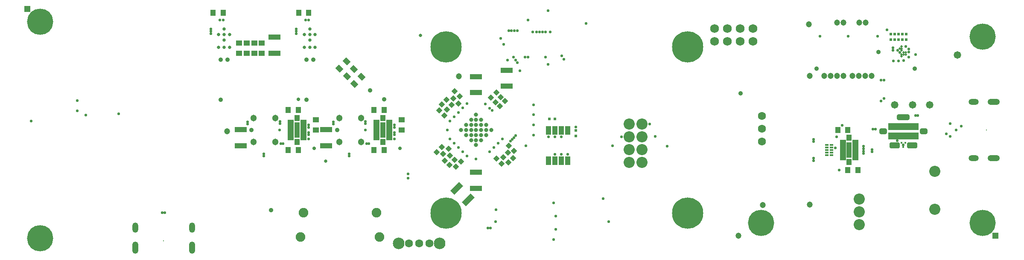
<source format=gbr>
%TF.GenerationSoftware,Altium Limited,Altium Designer,22.4.2 (48)*%
G04 Layer_Color=16711935*
%FSLAX26Y26*%
%MOIN*%
%TF.SameCoordinates,8C98EB32-1E12-42CD-A60B-9DA89663A72C*%
%TF.FilePolarity,Negative*%
%TF.FileFunction,Soldermask,Bot*%
%TF.Part,Single*%
G01*
G75*
%TA.AperFunction,SMDPad,CuDef*%
%ADD23R,0.023622X0.023622*%
%ADD37R,0.049213X0.039370*%
%ADD51R,0.023622X0.023622*%
%ADD52R,0.039370X0.049213*%
%ADD54R,0.094488X0.043307*%
G04:AMPARAMS|DCode=61|XSize=39.37mil|YSize=49.213mil|CornerRadius=0mil|HoleSize=0mil|Usage=FLASHONLY|Rotation=45.000|XOffset=0mil|YOffset=0mil|HoleType=Round|Shape=Rectangle|*
%AMROTATEDRECTD61*
4,1,4,0.003480,-0.031319,-0.031319,0.003480,-0.003480,0.031319,0.031319,-0.003480,0.003480,-0.031319,0.0*
%
%ADD61ROTATEDRECTD61*%

G04:AMPARAMS|DCode=105|XSize=33.465mil|YSize=35.433mil|CornerRadius=0mil|HoleSize=0mil|Usage=FLASHONLY|Rotation=45.000|XOffset=0mil|YOffset=0mil|HoleType=Round|Shape=Rectangle|*
%AMROTATEDRECTD105*
4,1,4,0.000696,-0.024359,-0.024359,0.000696,-0.000696,0.024359,0.024359,-0.000696,0.000696,-0.024359,0.0*
%
%ADD105ROTATEDRECTD105*%

G04:AMPARAMS|DCode=106|XSize=33.465mil|YSize=35.433mil|CornerRadius=0mil|HoleSize=0mil|Usage=FLASHONLY|Rotation=135.000|XOffset=0mil|YOffset=0mil|HoleType=Round|Shape=Rectangle|*
%AMROTATEDRECTD106*
4,1,4,0.024359,0.000696,-0.000696,-0.024359,-0.024359,-0.000696,0.000696,0.024359,0.024359,0.000696,0.0*
%
%ADD106ROTATEDRECTD106*%

G04:AMPARAMS|DCode=107|XSize=43.307mil|YSize=94.488mil|CornerRadius=0mil|HoleSize=0mil|Usage=FLASHONLY|Rotation=315.000|XOffset=0mil|YOffset=0mil|HoleType=Round|Shape=Rectangle|*
%AMROTATEDRECTD107*
4,1,4,-0.048718,-0.018095,0.018095,0.048718,0.048718,0.018095,-0.018095,-0.048718,-0.048718,-0.018095,0.0*
%
%ADD107ROTATEDRECTD107*%

%ADD118R,0.019024X0.053276*%
%ADD119R,0.015748X0.015748*%
%ADD120R,0.026701X0.015874*%
%ADD121R,0.039496X0.067055*%
%ADD122C,0.086740*%
%TA.AperFunction,FiducialPad,Global*%
%ADD123R,0.047370X0.047370*%
%ADD124C,0.047370*%
%TA.AperFunction,SMDPad,CuDef*%
%ADD125R,0.019417X0.047370*%
%ADD126R,0.047370X0.019417*%
%ADD127R,0.043433X0.122173*%
%TA.AperFunction,ComponentPad*%
%ADD128C,0.086740*%
%ADD129O,0.094614X0.047370*%
%ADD130O,0.078866X0.047370*%
%ADD131C,0.008000*%
G04:AMPARAMS|DCode=132|XSize=82.803mil|YSize=47.37mil|CornerRadius=13.842mil|HoleSize=0mil|Usage=FLASHONLY|Rotation=180.000|XOffset=0mil|YOffset=0mil|HoleType=Round|Shape=RoundedRectangle|*
%AMROUNDEDRECTD132*
21,1,0.082803,0.019685,0,0,180.0*
21,1,0.055118,0.047370,0,0,180.0*
1,1,0.027685,-0.027559,0.009843*
1,1,0.027685,0.027559,0.009843*
1,1,0.027685,0.027559,-0.009843*
1,1,0.027685,-0.027559,-0.009843*
%
%ADD132ROUNDEDRECTD132*%
G04:AMPARAMS|DCode=133|XSize=98.551mil|YSize=47.37mil|CornerRadius=13.842mil|HoleSize=0mil|Usage=FLASHONLY|Rotation=180.000|XOffset=0mil|YOffset=0mil|HoleType=Round|Shape=RoundedRectangle|*
%AMROUNDEDRECTD133*
21,1,0.098551,0.019685,0,0,180.0*
21,1,0.070866,0.047370,0,0,180.0*
1,1,0.027685,-0.035433,0.009843*
1,1,0.027685,0.035433,0.009843*
1,1,0.027685,0.035433,-0.009843*
1,1,0.027685,-0.035433,-0.009843*
%
%ADD133ROUNDEDRECTD133*%
G04:AMPARAMS|DCode=134|XSize=59.181mil|YSize=47.37mil|CornerRadius=13.842mil|HoleSize=0mil|Usage=FLASHONLY|Rotation=0.000|XOffset=0mil|YOffset=0mil|HoleType=Round|Shape=RoundedRectangle|*
%AMROUNDEDRECTD134*
21,1,0.059181,0.019685,0,0,0.0*
21,1,0.031496,0.047370,0,0,0.0*
1,1,0.027685,0.015748,-0.009843*
1,1,0.027685,-0.015748,-0.009843*
1,1,0.027685,-0.015748,0.009843*
1,1,0.027685,0.015748,0.009843*
%
%ADD134ROUNDEDRECTD134*%
%ADD135C,0.051307*%
%ADD136C,0.063118*%
%ADD137C,0.090677*%
%ADD138C,0.204850*%
%ADD139C,0.074929*%
%ADD140C,0.244220*%
%ADD141C,0.068000*%
%ADD142O,0.047370X0.094614*%
%ADD143O,0.047370X0.078866*%
%TA.AperFunction,ViaPad*%
%ADD144C,0.025716*%
%ADD145C,0.021779*%
%ADD146C,0.019811*%
%ADD147C,0.035559*%
%ADD148C,0.027685*%
%ADD149C,0.047370*%
%ADD150C,0.058000*%
%ADD151C,0.031622*%
D23*
X6521654Y3040000D02*
D03*
X6478346D02*
D03*
D37*
X4173228Y3630905D02*
D03*
Y3552165D02*
D03*
X4653543Y3031496D02*
D03*
Y2952756D02*
D03*
X5322835Y3031496D02*
D03*
Y2952756D02*
D03*
X4232283Y3630905D02*
D03*
Y3552165D02*
D03*
X4055118Y3630905D02*
D03*
Y3552165D02*
D03*
X4114173Y3630905D02*
D03*
Y3552165D02*
D03*
D51*
X6684055Y2904528D02*
D03*
Y2947835D02*
D03*
X9145669Y3702756D02*
D03*
Y3659449D02*
D03*
X9234252D02*
D03*
Y3702756D02*
D03*
X9263780D02*
D03*
Y3659449D02*
D03*
X9175197D02*
D03*
Y3702756D02*
D03*
X9204724D02*
D03*
Y3659449D02*
D03*
D52*
X4438976Y2795276D02*
D03*
X4517717D02*
D03*
X5108268D02*
D03*
X5187008D02*
D03*
X5108268Y3110236D02*
D03*
X5187008D02*
D03*
X4438976D02*
D03*
X4517717D02*
D03*
X3850394Y3868110D02*
D03*
X3929134D02*
D03*
X4519685D02*
D03*
X4598425D02*
D03*
X8887795Y2637795D02*
D03*
X8809055D02*
D03*
X8730315Y2952756D02*
D03*
X8809055D02*
D03*
D54*
X4330709Y3553150D02*
D03*
Y3679134D02*
D03*
X5905512Y3370079D02*
D03*
Y3244095D02*
D03*
Y2496063D02*
D03*
Y2622047D02*
D03*
X6145669Y3420276D02*
D03*
Y3294291D02*
D03*
X4735236Y2955709D02*
D03*
Y2829724D02*
D03*
X4065945Y2955709D02*
D03*
Y2829724D02*
D03*
D61*
X4952051Y3428430D02*
D03*
X4896374Y3372752D02*
D03*
X5011107Y3369374D02*
D03*
X4955429Y3313697D02*
D03*
X4892996Y3487485D02*
D03*
X4837319Y3431807D02*
D03*
D105*
X6130917Y3178162D02*
D03*
X6090551Y3137795D02*
D03*
X5649108Y2764266D02*
D03*
X5689475Y2804632D02*
D03*
X5748518Y2665840D02*
D03*
X5788884Y2706207D02*
D03*
X6062506Y3244593D02*
D03*
X6022140Y3204226D02*
D03*
X6097939Y3209160D02*
D03*
X6057573Y3168793D02*
D03*
X5596943Y2778045D02*
D03*
X5637309Y2818412D02*
D03*
X5661903Y2711116D02*
D03*
X5702270Y2751482D02*
D03*
X5698321Y2677651D02*
D03*
X5738687Y2718018D02*
D03*
D106*
X5725880Y3200301D02*
D03*
X5766246Y3159935D02*
D03*
X5617612Y3105813D02*
D03*
X5657979Y3065447D02*
D03*
X6102860Y2687494D02*
D03*
X6062494Y2727860D02*
D03*
X6201286Y2789856D02*
D03*
X6160919Y2830223D02*
D03*
X5738675Y3256404D02*
D03*
X5779042Y3216037D02*
D03*
X5673714Y3188490D02*
D03*
X5714081Y3148124D02*
D03*
X5638281Y3153057D02*
D03*
X5678648Y3112691D02*
D03*
X6156994Y2698321D02*
D03*
X6116628Y2738687D02*
D03*
X6194396Y2733754D02*
D03*
X6154029Y2774120D02*
D03*
D107*
X5842770Y2407229D02*
D03*
X5753686Y2496314D02*
D03*
D118*
X9350394Y2906496D02*
D03*
X9330709D02*
D03*
X9311024D02*
D03*
X9291339D02*
D03*
X9271654D02*
D03*
X9251969D02*
D03*
X9232283D02*
D03*
X9212598D02*
D03*
X9192913D02*
D03*
X9173228D02*
D03*
X9153543D02*
D03*
X9133858D02*
D03*
Y2979331D02*
D03*
X9153543D02*
D03*
X9173228D02*
D03*
X9192913D02*
D03*
X9212599D02*
D03*
X9232283D02*
D03*
X9251969D02*
D03*
X9271654D02*
D03*
X9291339D02*
D03*
X9311024D02*
D03*
X9330709D02*
D03*
X9350394D02*
D03*
D119*
X9242126Y2817913D02*
D03*
X9255906Y2851378D02*
D03*
X9228346D02*
D03*
D120*
X8680118Y2756890D02*
D03*
Y2776575D02*
D03*
Y2796260D02*
D03*
Y2815945D02*
D03*
Y2835630D02*
D03*
X8642717D02*
D03*
Y2815945D02*
D03*
Y2796260D02*
D03*
Y2776575D02*
D03*
Y2756890D02*
D03*
D121*
X6622047Y2947835D02*
D03*
X6572047D02*
D03*
X6472441D02*
D03*
X6522441D02*
D03*
Y2711614D02*
D03*
X6472441D02*
D03*
X6572047D02*
D03*
X6622047D02*
D03*
D122*
X7200000Y2700000D02*
D03*
X7100000Y2800000D02*
D03*
X7200000Y3000000D02*
D03*
X7100000D02*
D03*
Y2900000D02*
D03*
X7200000Y2800000D02*
D03*
Y2900000D02*
D03*
X7100000Y2700000D02*
D03*
D123*
X2401575Y3897638D02*
D03*
X9960630Y2125984D02*
D03*
D124*
X7952756D02*
D03*
X8503937Y3779528D02*
D03*
D125*
X8809055Y2701772D02*
D03*
Y2890748D02*
D03*
X8828740D02*
D03*
Y2701772D02*
D03*
X5187007Y3047244D02*
D03*
Y2858268D02*
D03*
X5167322D02*
D03*
Y3047244D02*
D03*
X4517717D02*
D03*
Y2858268D02*
D03*
X4498032D02*
D03*
Y3047244D02*
D03*
D126*
X8769685Y2727362D02*
D03*
Y2747047D02*
D03*
Y2766732D02*
D03*
Y2786417D02*
D03*
Y2806102D02*
D03*
Y2825787D02*
D03*
Y2845472D02*
D03*
Y2865157D02*
D03*
X8868110D02*
D03*
Y2845472D02*
D03*
Y2825787D02*
D03*
Y2806102D02*
D03*
Y2786417D02*
D03*
Y2766732D02*
D03*
Y2747047D02*
D03*
Y2727362D02*
D03*
X5226377Y3021653D02*
D03*
Y3001968D02*
D03*
Y2982284D02*
D03*
Y2962598D02*
D03*
Y2942913D02*
D03*
Y2923228D02*
D03*
Y2903543D02*
D03*
Y2883858D02*
D03*
X5127952D02*
D03*
Y2903543D02*
D03*
Y2923228D02*
D03*
Y2942913D02*
D03*
Y2962598D02*
D03*
Y2982284D02*
D03*
Y3001968D02*
D03*
Y3021653D02*
D03*
X4557087D02*
D03*
Y3001968D02*
D03*
Y2982284D02*
D03*
Y2962598D02*
D03*
Y2942913D02*
D03*
Y2923228D02*
D03*
Y2903543D02*
D03*
Y2883858D02*
D03*
X4458661D02*
D03*
Y2903543D02*
D03*
Y2923228D02*
D03*
Y2942913D02*
D03*
Y2962598D02*
D03*
Y2982284D02*
D03*
Y3001968D02*
D03*
Y3021653D02*
D03*
D127*
X8818898Y2796260D02*
D03*
X5177164Y2952756D02*
D03*
X4507874D02*
D03*
D128*
X8897638Y2412992D02*
D03*
Y2312992D02*
D03*
Y2212992D02*
D03*
X9488189Y2627953D02*
D03*
Y2332677D02*
D03*
D129*
X9946850Y2731496D02*
D03*
Y3174016D02*
D03*
D130*
X9789370Y2731496D02*
D03*
Y3174016D02*
D03*
D131*
X9891732Y2952756D02*
D03*
X3464567Y2086614D02*
D03*
D132*
X9173228Y2832677D02*
D03*
X9311024D02*
D03*
D133*
X9242126Y3053150D02*
D03*
D134*
X9084252Y2942913D02*
D03*
X9400000D02*
D03*
D135*
X4836614Y3047244D02*
D03*
Y2858268D02*
D03*
X5005905D02*
D03*
Y3047244D02*
D03*
X4167323D02*
D03*
Y2858268D02*
D03*
X4336614D02*
D03*
Y3047244D02*
D03*
D136*
X8135827Y2862599D02*
D03*
Y2962599D02*
D03*
Y3062599D02*
D03*
X5539370Y2066929D02*
D03*
X5460630D02*
D03*
X5381890D02*
D03*
D137*
X5299213D02*
D03*
X5622047D02*
D03*
D138*
X9862205Y3681102D02*
D03*
X8129921Y2224409D02*
D03*
X2500000Y2106299D02*
D03*
Y3799213D02*
D03*
X9862205Y2224409D02*
D03*
D139*
X4533465Y2114173D02*
D03*
X4557087Y2307087D02*
D03*
X5151575Y2114173D02*
D03*
X5127953Y2307087D02*
D03*
D140*
X5669291Y3602362D02*
D03*
X7559055Y2303150D02*
D03*
Y3602362D02*
D03*
X5669291Y2303150D02*
D03*
D141*
X8067717Y3646850D02*
D03*
Y3746850D02*
D03*
X7767717D02*
D03*
Y3646850D02*
D03*
X7867717D02*
D03*
Y3746850D02*
D03*
X7967717Y3646850D02*
D03*
Y3746850D02*
D03*
D142*
X3243307Y2031496D02*
D03*
X3685827D02*
D03*
D143*
X3243307Y2188976D02*
D03*
X3685827D02*
D03*
D144*
X4563976Y3600000D02*
D03*
X4648622D02*
D03*
X4606299D02*
D03*
X4563976Y3699409D02*
D03*
X4648622D02*
D03*
X4606299Y3655709D02*
D03*
Y3743110D02*
D03*
Y3699409D02*
D03*
X3894685Y3600000D02*
D03*
X3979331D02*
D03*
X3937008D02*
D03*
X3894685Y3699409D02*
D03*
X3979331D02*
D03*
X3937008Y3655709D02*
D03*
Y3743110D02*
D03*
Y3699409D02*
D03*
X5472441Y3692913D02*
D03*
X4732283Y2708661D02*
D03*
D145*
X8739173Y2638780D02*
D03*
X9212598Y3559055D02*
D03*
X8764764Y2990157D02*
D03*
X8721457Y2897638D02*
D03*
X8709646Y2811024D02*
D03*
X9354725Y3066929D02*
D03*
X9337008D02*
D03*
X9004921Y2960630D02*
D03*
X9022638D02*
D03*
X8930118Y2767716D02*
D03*
Y2785433D02*
D03*
Y2824803D02*
D03*
Y2807087D02*
D03*
X8996063Y2799606D02*
D03*
Y2780905D02*
D03*
X8540354Y2879331D02*
D03*
Y2861614D02*
D03*
Y2730906D02*
D03*
Y2713189D02*
D03*
X3929134Y3811024D02*
D03*
X3904528D02*
D03*
X4573819D02*
D03*
X4598425D02*
D03*
X4501968Y3706693D02*
D03*
X5266732Y2883858D02*
D03*
X4597441D02*
D03*
X3832677Y3742126D02*
D03*
X3832677Y3724409D02*
D03*
X3832677Y3706693D02*
D03*
X4501968Y3724409D02*
D03*
X4501968Y3742126D02*
D03*
X4370079Y2952756D02*
D03*
X5039370D02*
D03*
X5042322Y3002953D02*
D03*
Y3020669D02*
D03*
X4790353Y2999410D02*
D03*
Y3017126D02*
D03*
X5049802Y2845472D02*
D03*
X5067519D02*
D03*
X4915353Y2747441D02*
D03*
Y2765157D02*
D03*
X4246063D02*
D03*
Y2747441D02*
D03*
X4398229Y2845472D02*
D03*
X4380512D02*
D03*
X4121063Y3017126D02*
D03*
Y2999410D02*
D03*
X4373032Y3020669D02*
D03*
Y3002953D02*
D03*
X5267275Y2973258D02*
D03*
Y2991308D02*
D03*
Y2914203D02*
D03*
Y2932253D02*
D03*
X4597984D02*
D03*
Y2914203D02*
D03*
Y2991308D02*
D03*
Y2973258D02*
D03*
X6511811Y2380905D02*
D03*
X9606299Y3001968D02*
D03*
X9694882Y2982284D02*
D03*
X9606299Y2903543D02*
D03*
X9577756Y2923228D02*
D03*
X5905512Y2726378D02*
D03*
X5679134Y2952756D02*
D03*
X5834414Y2748263D02*
D03*
X9259843Y3606299D02*
D03*
X9161417Y3574803D02*
D03*
X6574803Y3531201D02*
D03*
X6590551Y3506890D02*
D03*
X6484252Y3719488D02*
D03*
X8590551Y3685039D02*
D03*
X8811024D02*
D03*
X9041339D02*
D03*
X9113189Y3737205D02*
D03*
X6684055Y2977362D02*
D03*
X6161417Y3728347D02*
D03*
X7303150Y2901575D02*
D03*
X7397638Y2826772D02*
D03*
X6031496Y3106299D02*
D03*
X6970000Y2830000D02*
D03*
X7260000Y3000000D02*
D03*
X7040000Y2900000D02*
D03*
X6622047Y2760827D02*
D03*
X6572047D02*
D03*
X6522441D02*
D03*
X6572047Y2898622D02*
D03*
X6522441D02*
D03*
X6472441Y2898622D02*
D03*
X6173228Y2866142D02*
D03*
X6200787Y2893701D02*
D03*
X6214567Y2907480D02*
D03*
X6187008Y2879921D02*
D03*
X9338583Y3543307D02*
D03*
X9090551Y3197835D02*
D03*
X9065945Y3178150D02*
D03*
X9654528Y2952756D02*
D03*
X9242126Y2834646D02*
D03*
X6897638Y2414370D02*
D03*
X5374016Y2610236D02*
D03*
Y2574803D02*
D03*
X6527559Y2175197D02*
D03*
Y2279528D02*
D03*
X9284449Y3562992D02*
D03*
Y3586614D02*
D03*
X6353346Y3149606D02*
D03*
Y3070866D02*
D03*
Y2992126D02*
D03*
Y2913386D02*
D03*
X6294291Y2829724D02*
D03*
X6941929Y2236220D02*
D03*
X9192913Y2868110D02*
D03*
X2858268Y3067913D02*
D03*
X6120079Y3622047D02*
D03*
X2791339Y3181102D02*
D03*
Y3102362D02*
D03*
X6149606Y3498032D02*
D03*
X6763779Y3784449D02*
D03*
X2429134Y3023622D02*
D03*
X6248032Y3417323D02*
D03*
X9090551Y3342520D02*
D03*
X9212599Y2979331D02*
D03*
X9066929Y3342520D02*
D03*
X9271654Y2906496D02*
D03*
X6448819Y3523622D02*
D03*
X3114173Y3078740D02*
D03*
X6346457Y3720472D02*
D03*
X6448819D02*
D03*
X6425197D02*
D03*
X6401575D02*
D03*
X6377953D02*
D03*
X6468504Y3885827D02*
D03*
Y3464567D02*
D03*
X6182395Y3728347D02*
D03*
X6196850Y3523622D02*
D03*
X6204724Y3728347D02*
D03*
X6228346D02*
D03*
X6212598Y3500000D02*
D03*
X6228346Y3480315D02*
D03*
X6098425Y3669291D02*
D03*
X6017618Y2186024D02*
D03*
X5998917D02*
D03*
X3473819Y2304134D02*
D03*
X3455118D02*
D03*
X6009785Y2781438D02*
D03*
X5734194Y2848483D02*
D03*
X5976610Y3157249D02*
D03*
X6010016Y3123842D02*
D03*
X6110004Y2881658D02*
D03*
X6076598Y2848251D02*
D03*
X6043191Y2814845D02*
D03*
X5801007Y2781670D02*
D03*
X5767601Y2815077D02*
D03*
X5700787Y2881890D02*
D03*
X5701019Y3023854D02*
D03*
X5734426Y3057260D02*
D03*
X5767832Y3090667D02*
D03*
X5801239Y3124074D02*
D03*
X5834646Y3157480D02*
D03*
X6310482Y3523622D02*
D03*
X6287402D02*
D03*
X6311024Y3811024D02*
D03*
X6511811Y2096004D02*
D03*
X6061024Y2329724D02*
D03*
X6057087Y2236220D02*
D03*
X9285710Y3521930D02*
D03*
X9244094Y3496063D02*
D03*
X9165354Y3492126D02*
D03*
X9204724D02*
D03*
X9161417Y3594488D02*
D03*
X9196850Y3574803D02*
D03*
X9233651Y2969484D02*
D03*
X9251367Y2969408D02*
D03*
X9251083Y2912204D02*
D03*
X9233366D02*
D03*
D146*
X9228346Y3606299D02*
D03*
Y3590551D02*
D03*
X9212598D02*
D03*
X9228346Y3574803D02*
D03*
X9259843Y3559055D02*
D03*
X9228346Y3527559D02*
D03*
X9259843Y3543307D02*
D03*
X9244094Y3559055D02*
D03*
X9228346Y3543307D02*
D03*
X9244094D02*
D03*
D147*
X5078740Y3263780D02*
D03*
X3963583Y3502953D02*
D03*
X4632874D02*
D03*
X3911417Y3189961D02*
D03*
Y3502953D02*
D03*
X4580709D02*
D03*
Y3189961D02*
D03*
X5187008Y3190945D02*
D03*
X4150422Y2952756D02*
D03*
X4819713D02*
D03*
X8563976Y3431102D02*
D03*
X9329724D02*
D03*
X9047244Y3562992D02*
D03*
X7972441Y3240157D02*
D03*
X4303150Y2325787D02*
D03*
D148*
X4640256Y2808563D02*
D03*
X5309546D02*
D03*
X4517718Y3190946D02*
D03*
D149*
X8725787Y3793307D02*
D03*
X8509843Y2368110D02*
D03*
X8946260Y3793307D02*
D03*
X8896260D02*
D03*
X8775787D02*
D03*
X8995472Y3375000D02*
D03*
X8945472D02*
D03*
X8895472D02*
D03*
X8845472D02*
D03*
X8509843D02*
D03*
X8625000D02*
D03*
X8675000D02*
D03*
X8775000D02*
D03*
X8725000D02*
D03*
X3960630Y2941929D02*
D03*
X8145669Y2367126D02*
D03*
X5770669Y3372047D02*
D03*
D150*
X9173228Y3149606D02*
D03*
X9665354Y3539370D02*
D03*
X9314961Y3149606D02*
D03*
X9448819D02*
D03*
D151*
X5866142Y2874016D02*
D03*
X5826772Y2913386D02*
D03*
X5866142D02*
D03*
X5826772Y2992126D02*
D03*
X5866142Y3031496D02*
D03*
Y2992126D02*
D03*
X5984252D02*
D03*
X5944882Y3031496D02*
D03*
Y2992126D02*
D03*
X5984252Y2913386D02*
D03*
X5944882Y2874016D02*
D03*
Y2913386D02*
D03*
X6023622Y2952756D02*
D03*
X5905512Y2834646D02*
D03*
X5788810Y2951348D02*
D03*
X5905512Y3070866D02*
D03*
X5984252Y2952756D02*
D03*
X5905512Y2874016D02*
D03*
X5826772Y2952756D02*
D03*
X5905512Y3031496D02*
D03*
X5944882Y2952756D02*
D03*
X5905512Y2913386D02*
D03*
X5867109Y2951788D02*
D03*
X5905512Y2992126D02*
D03*
Y2952756D02*
D03*
%TF.MD5,b82822b77f7c31cf6cf23463a9f43eeb*%
M02*

</source>
